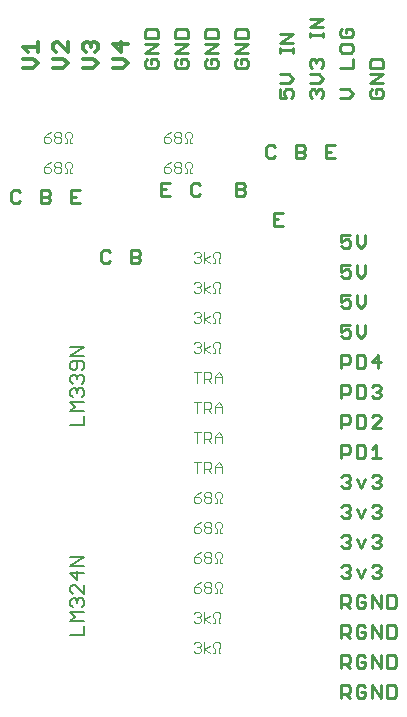
<source format=gto>
G75*
%MOIN*%
%OFA0B0*%
%FSLAX25Y25*%
%IPPOS*%
%LPD*%
%AMOC8*
5,1,8,0,0,1.08239X$1,22.5*
%
%ADD10C,0.01200*%
%ADD11C,0.01100*%
%ADD12C,0.00500*%
%ADD13C,0.00400*%
D10*
X0013096Y0219100D02*
X0016299Y0219100D01*
X0017900Y0220701D01*
X0016299Y0222303D01*
X0013096Y0222303D01*
X0014697Y0224625D02*
X0013096Y0226226D01*
X0017900Y0226226D01*
X0017900Y0224625D02*
X0017900Y0227827D01*
X0023096Y0227027D02*
X0023096Y0225425D01*
X0023897Y0224625D01*
X0023096Y0222303D02*
X0026299Y0222303D01*
X0027900Y0220701D01*
X0026299Y0219100D01*
X0023096Y0219100D01*
X0023096Y0227027D02*
X0023897Y0227827D01*
X0024697Y0227827D01*
X0027900Y0224625D01*
X0027900Y0227827D01*
X0033096Y0227027D02*
X0033897Y0227827D01*
X0034697Y0227827D01*
X0035498Y0227027D01*
X0036299Y0227827D01*
X0037099Y0227827D01*
X0037900Y0227027D01*
X0037900Y0225425D01*
X0037099Y0224625D01*
X0035498Y0226226D02*
X0035498Y0227027D01*
X0033897Y0224625D02*
X0033096Y0225425D01*
X0033096Y0227027D01*
X0033096Y0222303D02*
X0036299Y0222303D01*
X0037900Y0220701D01*
X0036299Y0219100D01*
X0033096Y0219100D01*
X0043096Y0219100D02*
X0046299Y0219100D01*
X0047900Y0220701D01*
X0046299Y0222303D01*
X0043096Y0222303D01*
X0045498Y0224625D02*
X0043096Y0227027D01*
X0047900Y0227027D01*
X0045498Y0227827D02*
X0045498Y0224625D01*
D11*
X0053546Y0224114D02*
X0057950Y0227050D01*
X0053546Y0227050D01*
X0053546Y0229179D02*
X0053546Y0231381D01*
X0054280Y0232114D01*
X0057216Y0232114D01*
X0057950Y0231381D01*
X0057950Y0229179D01*
X0053546Y0229179D01*
X0053546Y0224114D02*
X0057950Y0224114D01*
X0057216Y0221986D02*
X0055748Y0221986D01*
X0055748Y0220518D01*
X0054280Y0221986D02*
X0053546Y0221252D01*
X0053546Y0219784D01*
X0054280Y0219050D01*
X0057216Y0219050D01*
X0057950Y0219784D01*
X0057950Y0221252D01*
X0057216Y0221986D01*
X0063546Y0221252D02*
X0063546Y0219784D01*
X0064280Y0219050D01*
X0067216Y0219050D01*
X0067950Y0219784D01*
X0067950Y0221252D01*
X0067216Y0221986D01*
X0065748Y0221986D01*
X0065748Y0220518D01*
X0064280Y0221986D02*
X0063546Y0221252D01*
X0063546Y0224114D02*
X0067950Y0227050D01*
X0063546Y0227050D01*
X0063546Y0229179D02*
X0063546Y0231381D01*
X0064280Y0232114D01*
X0067216Y0232114D01*
X0067950Y0231381D01*
X0067950Y0229179D01*
X0063546Y0229179D01*
X0063546Y0224114D02*
X0067950Y0224114D01*
X0073546Y0224114D02*
X0077950Y0227050D01*
X0073546Y0227050D01*
X0073546Y0229179D02*
X0073546Y0231381D01*
X0074280Y0232114D01*
X0077216Y0232114D01*
X0077950Y0231381D01*
X0077950Y0229179D01*
X0073546Y0229179D01*
X0073546Y0224114D02*
X0077950Y0224114D01*
X0077216Y0221986D02*
X0075748Y0221986D01*
X0075748Y0220518D01*
X0074280Y0221986D02*
X0073546Y0221252D01*
X0073546Y0219784D01*
X0074280Y0219050D01*
X0077216Y0219050D01*
X0077950Y0219784D01*
X0077950Y0221252D01*
X0077216Y0221986D01*
X0083546Y0221252D02*
X0083546Y0219784D01*
X0084280Y0219050D01*
X0087216Y0219050D01*
X0087950Y0219784D01*
X0087950Y0221252D01*
X0087216Y0221986D01*
X0085748Y0221986D01*
X0085748Y0220518D01*
X0084280Y0221986D02*
X0083546Y0221252D01*
X0083546Y0224114D02*
X0087950Y0227050D01*
X0083546Y0227050D01*
X0083546Y0229179D02*
X0083546Y0231381D01*
X0084280Y0232114D01*
X0087216Y0232114D01*
X0087950Y0231381D01*
X0087950Y0229179D01*
X0083546Y0229179D01*
X0083546Y0224114D02*
X0087950Y0224114D01*
X0098546Y0224243D02*
X0098546Y0225711D01*
X0098546Y0224977D02*
X0102950Y0224977D01*
X0102950Y0224243D02*
X0102950Y0225711D01*
X0102950Y0227619D02*
X0098546Y0227619D01*
X0102950Y0230555D01*
X0098546Y0230555D01*
X0098546Y0217050D02*
X0101482Y0217050D01*
X0102950Y0215582D01*
X0101482Y0214114D01*
X0098546Y0214114D01*
X0098546Y0211986D02*
X0098546Y0209050D01*
X0100748Y0209050D01*
X0100014Y0210518D01*
X0100014Y0211252D01*
X0100748Y0211986D01*
X0102216Y0211986D01*
X0102950Y0211252D01*
X0102950Y0209784D01*
X0102216Y0209050D01*
X0108546Y0209784D02*
X0108546Y0211252D01*
X0109280Y0211986D01*
X0110014Y0211986D01*
X0110748Y0211252D01*
X0111482Y0211986D01*
X0112216Y0211986D01*
X0112950Y0211252D01*
X0112950Y0209784D01*
X0112216Y0209050D01*
X0110748Y0210518D02*
X0110748Y0211252D01*
X0109280Y0209050D02*
X0108546Y0209784D01*
X0108546Y0214114D02*
X0111482Y0214114D01*
X0112950Y0215582D01*
X0111482Y0217050D01*
X0108546Y0217050D01*
X0109280Y0219179D02*
X0108546Y0219913D01*
X0108546Y0221381D01*
X0109280Y0222114D01*
X0110014Y0222114D01*
X0110748Y0221381D01*
X0111482Y0222114D01*
X0112216Y0222114D01*
X0112950Y0221381D01*
X0112950Y0219913D01*
X0112216Y0219179D01*
X0110748Y0220647D02*
X0110748Y0221381D01*
X0108546Y0229307D02*
X0108546Y0230775D01*
X0108546Y0230041D02*
X0112950Y0230041D01*
X0112950Y0229307D02*
X0112950Y0230775D01*
X0112950Y0232684D02*
X0108546Y0232684D01*
X0112950Y0235619D01*
X0108546Y0235619D01*
X0118546Y0231509D02*
X0118546Y0230041D01*
X0119280Y0229307D01*
X0122216Y0229307D01*
X0122950Y0230041D01*
X0122950Y0231509D01*
X0122216Y0232243D01*
X0120748Y0232243D01*
X0120748Y0230775D01*
X0119280Y0232243D02*
X0118546Y0231509D01*
X0119280Y0227179D02*
X0118546Y0226445D01*
X0118546Y0224977D01*
X0119280Y0224243D01*
X0122216Y0224243D01*
X0122950Y0224977D01*
X0122950Y0226445D01*
X0122216Y0227179D01*
X0119280Y0227179D01*
X0122950Y0222114D02*
X0122950Y0219179D01*
X0118546Y0219179D01*
X0118546Y0211986D02*
X0121482Y0211986D01*
X0122950Y0210518D01*
X0121482Y0209050D01*
X0118546Y0209050D01*
X0128546Y0209784D02*
X0129280Y0209050D01*
X0132216Y0209050D01*
X0132950Y0209784D01*
X0132950Y0211252D01*
X0132216Y0211986D01*
X0130748Y0211986D01*
X0130748Y0210518D01*
X0129280Y0211986D02*
X0128546Y0211252D01*
X0128546Y0209784D01*
X0128546Y0214114D02*
X0132950Y0217050D01*
X0128546Y0217050D01*
X0128546Y0219179D02*
X0128546Y0221381D01*
X0129280Y0222114D01*
X0132216Y0222114D01*
X0132950Y0221381D01*
X0132950Y0219179D01*
X0128546Y0219179D01*
X0128546Y0214114D02*
X0132950Y0214114D01*
X0116986Y0193454D02*
X0114050Y0193454D01*
X0114050Y0189050D01*
X0116986Y0189050D01*
X0115518Y0191252D02*
X0114050Y0191252D01*
X0106986Y0191986D02*
X0106252Y0191252D01*
X0104050Y0191252D01*
X0104050Y0193454D02*
X0106252Y0193454D01*
X0106986Y0192720D01*
X0106986Y0191986D01*
X0106252Y0191252D02*
X0106986Y0190518D01*
X0106986Y0189784D01*
X0106252Y0189050D01*
X0104050Y0189050D01*
X0104050Y0193454D01*
X0096986Y0192720D02*
X0096252Y0193454D01*
X0094784Y0193454D01*
X0094050Y0192720D01*
X0094050Y0189784D01*
X0094784Y0189050D01*
X0096252Y0189050D01*
X0096986Y0189784D01*
X0086986Y0180220D02*
X0086986Y0179486D01*
X0086252Y0178752D01*
X0084050Y0178752D01*
X0084050Y0176550D02*
X0084050Y0180954D01*
X0086252Y0180954D01*
X0086986Y0180220D01*
X0086252Y0178752D02*
X0086986Y0178018D01*
X0086986Y0177284D01*
X0086252Y0176550D01*
X0084050Y0176550D01*
X0071986Y0177284D02*
X0071252Y0176550D01*
X0069784Y0176550D01*
X0069050Y0177284D01*
X0069050Y0180220D01*
X0069784Y0180954D01*
X0071252Y0180954D01*
X0071986Y0180220D01*
X0061986Y0180954D02*
X0059050Y0180954D01*
X0059050Y0176550D01*
X0061986Y0176550D01*
X0060518Y0178752D02*
X0059050Y0178752D01*
X0051252Y0158454D02*
X0049050Y0158454D01*
X0049050Y0154050D01*
X0051252Y0154050D01*
X0051986Y0154784D01*
X0051986Y0155518D01*
X0051252Y0156252D01*
X0049050Y0156252D01*
X0051252Y0156252D02*
X0051986Y0156986D01*
X0051986Y0157720D01*
X0051252Y0158454D01*
X0041986Y0157720D02*
X0041252Y0158454D01*
X0039784Y0158454D01*
X0039050Y0157720D01*
X0039050Y0154784D01*
X0039784Y0154050D01*
X0041252Y0154050D01*
X0041986Y0154784D01*
X0031986Y0174050D02*
X0029050Y0174050D01*
X0029050Y0178454D01*
X0031986Y0178454D01*
X0030518Y0176252D02*
X0029050Y0176252D01*
X0021986Y0176986D02*
X0021252Y0176252D01*
X0019050Y0176252D01*
X0019050Y0174050D02*
X0019050Y0178454D01*
X0021252Y0178454D01*
X0021986Y0177720D01*
X0021986Y0176986D01*
X0021252Y0176252D02*
X0021986Y0175518D01*
X0021986Y0174784D01*
X0021252Y0174050D01*
X0019050Y0174050D01*
X0011986Y0174784D02*
X0011252Y0174050D01*
X0009784Y0174050D01*
X0009050Y0174784D01*
X0009050Y0177720D01*
X0009784Y0178454D01*
X0011252Y0178454D01*
X0011986Y0177720D01*
X0096550Y0170954D02*
X0096550Y0166550D01*
X0099486Y0166550D01*
X0098018Y0168752D02*
X0096550Y0168752D01*
X0096550Y0170954D02*
X0099486Y0170954D01*
X0119050Y0163454D02*
X0119050Y0161252D01*
X0120518Y0161986D01*
X0121252Y0161986D01*
X0121986Y0161252D01*
X0121986Y0159784D01*
X0121252Y0159050D01*
X0119784Y0159050D01*
X0119050Y0159784D01*
X0119050Y0163454D02*
X0121986Y0163454D01*
X0124114Y0163454D02*
X0124114Y0160518D01*
X0125582Y0159050D01*
X0127050Y0160518D01*
X0127050Y0163454D01*
X0127050Y0153454D02*
X0127050Y0150518D01*
X0125582Y0149050D01*
X0124114Y0150518D01*
X0124114Y0153454D01*
X0121986Y0153454D02*
X0119050Y0153454D01*
X0119050Y0151252D01*
X0120518Y0151986D01*
X0121252Y0151986D01*
X0121986Y0151252D01*
X0121986Y0149784D01*
X0121252Y0149050D01*
X0119784Y0149050D01*
X0119050Y0149784D01*
X0119050Y0143454D02*
X0119050Y0141252D01*
X0120518Y0141986D01*
X0121252Y0141986D01*
X0121986Y0141252D01*
X0121986Y0139784D01*
X0121252Y0139050D01*
X0119784Y0139050D01*
X0119050Y0139784D01*
X0119050Y0143454D02*
X0121986Y0143454D01*
X0124114Y0143454D02*
X0124114Y0140518D01*
X0125582Y0139050D01*
X0127050Y0140518D01*
X0127050Y0143454D01*
X0127050Y0133454D02*
X0127050Y0130518D01*
X0125582Y0129050D01*
X0124114Y0130518D01*
X0124114Y0133454D01*
X0121986Y0133454D02*
X0119050Y0133454D01*
X0119050Y0131252D01*
X0120518Y0131986D01*
X0121252Y0131986D01*
X0121986Y0131252D01*
X0121986Y0129784D01*
X0121252Y0129050D01*
X0119784Y0129050D01*
X0119050Y0129784D01*
X0119050Y0123454D02*
X0121252Y0123454D01*
X0121986Y0122720D01*
X0121986Y0121252D01*
X0121252Y0120518D01*
X0119050Y0120518D01*
X0119050Y0119050D02*
X0119050Y0123454D01*
X0124114Y0123454D02*
X0124114Y0119050D01*
X0126316Y0119050D01*
X0127050Y0119784D01*
X0127050Y0122720D01*
X0126316Y0123454D01*
X0124114Y0123454D01*
X0129179Y0121252D02*
X0132114Y0121252D01*
X0131381Y0119050D02*
X0131381Y0123454D01*
X0129179Y0121252D01*
X0129913Y0113454D02*
X0129179Y0112720D01*
X0129913Y0113454D02*
X0131381Y0113454D01*
X0132114Y0112720D01*
X0132114Y0111986D01*
X0131381Y0111252D01*
X0132114Y0110518D01*
X0132114Y0109784D01*
X0131381Y0109050D01*
X0129913Y0109050D01*
X0129179Y0109784D01*
X0130647Y0111252D02*
X0131381Y0111252D01*
X0127050Y0109784D02*
X0127050Y0112720D01*
X0126316Y0113454D01*
X0124114Y0113454D01*
X0124114Y0109050D01*
X0126316Y0109050D01*
X0127050Y0109784D01*
X0126316Y0103454D02*
X0124114Y0103454D01*
X0124114Y0099050D01*
X0126316Y0099050D01*
X0127050Y0099784D01*
X0127050Y0102720D01*
X0126316Y0103454D01*
X0129179Y0102720D02*
X0129913Y0103454D01*
X0131381Y0103454D01*
X0132114Y0102720D01*
X0132114Y0101986D01*
X0129179Y0099050D01*
X0132114Y0099050D01*
X0130647Y0093454D02*
X0129179Y0091986D01*
X0130647Y0093454D02*
X0130647Y0089050D01*
X0132114Y0089050D02*
X0129179Y0089050D01*
X0127050Y0089784D02*
X0127050Y0092720D01*
X0126316Y0093454D01*
X0124114Y0093454D01*
X0124114Y0089050D01*
X0126316Y0089050D01*
X0127050Y0089784D01*
X0129913Y0083454D02*
X0129179Y0082720D01*
X0129913Y0083454D02*
X0131381Y0083454D01*
X0132114Y0082720D01*
X0132114Y0081986D01*
X0131381Y0081252D01*
X0132114Y0080518D01*
X0132114Y0079784D01*
X0131381Y0079050D01*
X0129913Y0079050D01*
X0129179Y0079784D01*
X0130647Y0081252D02*
X0131381Y0081252D01*
X0127050Y0081986D02*
X0125582Y0079050D01*
X0124114Y0081986D01*
X0121986Y0081986D02*
X0121252Y0081252D01*
X0121986Y0080518D01*
X0121986Y0079784D01*
X0121252Y0079050D01*
X0119784Y0079050D01*
X0119050Y0079784D01*
X0120518Y0081252D02*
X0121252Y0081252D01*
X0121986Y0081986D02*
X0121986Y0082720D01*
X0121252Y0083454D01*
X0119784Y0083454D01*
X0119050Y0082720D01*
X0119050Y0089050D02*
X0119050Y0093454D01*
X0121252Y0093454D01*
X0121986Y0092720D01*
X0121986Y0091252D01*
X0121252Y0090518D01*
X0119050Y0090518D01*
X0119050Y0099050D02*
X0119050Y0103454D01*
X0121252Y0103454D01*
X0121986Y0102720D01*
X0121986Y0101252D01*
X0121252Y0100518D01*
X0119050Y0100518D01*
X0119050Y0109050D02*
X0119050Y0113454D01*
X0121252Y0113454D01*
X0121986Y0112720D01*
X0121986Y0111252D01*
X0121252Y0110518D01*
X0119050Y0110518D01*
X0119784Y0073454D02*
X0119050Y0072720D01*
X0119784Y0073454D02*
X0121252Y0073454D01*
X0121986Y0072720D01*
X0121986Y0071986D01*
X0121252Y0071252D01*
X0121986Y0070518D01*
X0121986Y0069784D01*
X0121252Y0069050D01*
X0119784Y0069050D01*
X0119050Y0069784D01*
X0120518Y0071252D02*
X0121252Y0071252D01*
X0124114Y0071986D02*
X0125582Y0069050D01*
X0127050Y0071986D01*
X0129179Y0072720D02*
X0129913Y0073454D01*
X0131381Y0073454D01*
X0132114Y0072720D01*
X0132114Y0071986D01*
X0131381Y0071252D01*
X0132114Y0070518D01*
X0132114Y0069784D01*
X0131381Y0069050D01*
X0129913Y0069050D01*
X0129179Y0069784D01*
X0130647Y0071252D02*
X0131381Y0071252D01*
X0131381Y0063454D02*
X0129913Y0063454D01*
X0129179Y0062720D01*
X0130647Y0061252D02*
X0131381Y0061252D01*
X0132114Y0060518D01*
X0132114Y0059784D01*
X0131381Y0059050D01*
X0129913Y0059050D01*
X0129179Y0059784D01*
X0127050Y0061986D02*
X0125582Y0059050D01*
X0124114Y0061986D01*
X0121986Y0061986D02*
X0121252Y0061252D01*
X0121986Y0060518D01*
X0121986Y0059784D01*
X0121252Y0059050D01*
X0119784Y0059050D01*
X0119050Y0059784D01*
X0120518Y0061252D02*
X0121252Y0061252D01*
X0121986Y0061986D02*
X0121986Y0062720D01*
X0121252Y0063454D01*
X0119784Y0063454D01*
X0119050Y0062720D01*
X0119784Y0053454D02*
X0121252Y0053454D01*
X0121986Y0052720D01*
X0121986Y0051986D01*
X0121252Y0051252D01*
X0121986Y0050518D01*
X0121986Y0049784D01*
X0121252Y0049050D01*
X0119784Y0049050D01*
X0119050Y0049784D01*
X0120518Y0051252D02*
X0121252Y0051252D01*
X0119050Y0052720D02*
X0119784Y0053454D01*
X0124114Y0051986D02*
X0125582Y0049050D01*
X0127050Y0051986D01*
X0129179Y0052720D02*
X0129913Y0053454D01*
X0131381Y0053454D01*
X0132114Y0052720D01*
X0132114Y0051986D01*
X0131381Y0051252D01*
X0132114Y0050518D01*
X0132114Y0049784D01*
X0131381Y0049050D01*
X0129913Y0049050D01*
X0129179Y0049784D01*
X0130647Y0051252D02*
X0131381Y0051252D01*
X0132114Y0043454D02*
X0132114Y0039050D01*
X0129179Y0043454D01*
X0129179Y0039050D01*
X0127050Y0039784D02*
X0127050Y0041252D01*
X0125582Y0041252D01*
X0124114Y0042720D02*
X0124114Y0039784D01*
X0124848Y0039050D01*
X0126316Y0039050D01*
X0127050Y0039784D01*
X0127050Y0042720D02*
X0126316Y0043454D01*
X0124848Y0043454D01*
X0124114Y0042720D01*
X0121986Y0042720D02*
X0121986Y0041252D01*
X0121252Y0040518D01*
X0119050Y0040518D01*
X0120518Y0040518D02*
X0121986Y0039050D01*
X0121986Y0042720D02*
X0121252Y0043454D01*
X0119050Y0043454D01*
X0119050Y0039050D01*
X0119050Y0033454D02*
X0121252Y0033454D01*
X0121986Y0032720D01*
X0121986Y0031252D01*
X0121252Y0030518D01*
X0119050Y0030518D01*
X0120518Y0030518D02*
X0121986Y0029050D01*
X0124114Y0029784D02*
X0124848Y0029050D01*
X0126316Y0029050D01*
X0127050Y0029784D01*
X0127050Y0031252D01*
X0125582Y0031252D01*
X0124114Y0032720D02*
X0124114Y0029784D01*
X0124114Y0032720D02*
X0124848Y0033454D01*
X0126316Y0033454D01*
X0127050Y0032720D01*
X0129179Y0033454D02*
X0129179Y0029050D01*
X0132114Y0029050D02*
X0129179Y0033454D01*
X0132114Y0033454D02*
X0132114Y0029050D01*
X0134243Y0029050D02*
X0136445Y0029050D01*
X0137179Y0029784D01*
X0137179Y0032720D01*
X0136445Y0033454D01*
X0134243Y0033454D01*
X0134243Y0029050D01*
X0134243Y0023454D02*
X0136445Y0023454D01*
X0137179Y0022720D01*
X0137179Y0019784D01*
X0136445Y0019050D01*
X0134243Y0019050D01*
X0134243Y0023454D01*
X0132114Y0023454D02*
X0132114Y0019050D01*
X0129179Y0023454D01*
X0129179Y0019050D01*
X0127050Y0019784D02*
X0127050Y0021252D01*
X0125582Y0021252D01*
X0124114Y0022720D02*
X0124114Y0019784D01*
X0124848Y0019050D01*
X0126316Y0019050D01*
X0127050Y0019784D01*
X0127050Y0022720D02*
X0126316Y0023454D01*
X0124848Y0023454D01*
X0124114Y0022720D01*
X0121986Y0022720D02*
X0121986Y0021252D01*
X0121252Y0020518D01*
X0119050Y0020518D01*
X0120518Y0020518D02*
X0121986Y0019050D01*
X0119050Y0019050D02*
X0119050Y0023454D01*
X0121252Y0023454D01*
X0121986Y0022720D01*
X0119050Y0029050D02*
X0119050Y0033454D01*
X0119050Y0013454D02*
X0121252Y0013454D01*
X0121986Y0012720D01*
X0121986Y0011252D01*
X0121252Y0010518D01*
X0119050Y0010518D01*
X0120518Y0010518D02*
X0121986Y0009050D01*
X0124114Y0009784D02*
X0124114Y0012720D01*
X0124848Y0013454D01*
X0126316Y0013454D01*
X0127050Y0012720D01*
X0127050Y0011252D02*
X0125582Y0011252D01*
X0127050Y0011252D02*
X0127050Y0009784D01*
X0126316Y0009050D01*
X0124848Y0009050D01*
X0124114Y0009784D01*
X0129179Y0009050D02*
X0129179Y0013454D01*
X0132114Y0009050D01*
X0132114Y0013454D01*
X0134243Y0013454D02*
X0134243Y0009050D01*
X0136445Y0009050D01*
X0137179Y0009784D01*
X0137179Y0012720D01*
X0136445Y0013454D01*
X0134243Y0013454D01*
X0119050Y0013454D02*
X0119050Y0009050D01*
X0134243Y0039050D02*
X0136445Y0039050D01*
X0137179Y0039784D01*
X0137179Y0042720D01*
X0136445Y0043454D01*
X0134243Y0043454D01*
X0134243Y0039050D01*
X0131381Y0061252D02*
X0132114Y0061986D01*
X0132114Y0062720D01*
X0131381Y0063454D01*
D12*
X0033250Y0030126D02*
X0028746Y0030126D01*
X0028746Y0034730D02*
X0030247Y0036232D01*
X0028746Y0037733D01*
X0033250Y0037733D01*
X0032499Y0039334D02*
X0033250Y0040085D01*
X0033250Y0041586D01*
X0032499Y0042337D01*
X0031749Y0042337D01*
X0030998Y0041586D01*
X0030998Y0040836D01*
X0030998Y0041586D02*
X0030247Y0042337D01*
X0029497Y0042337D01*
X0028746Y0041586D01*
X0028746Y0040085D01*
X0029497Y0039334D01*
X0029497Y0043938D02*
X0028746Y0044689D01*
X0028746Y0046190D01*
X0029497Y0046941D01*
X0030247Y0046941D01*
X0033250Y0043938D01*
X0033250Y0046941D01*
X0030998Y0048542D02*
X0030998Y0051545D01*
X0028746Y0050794D02*
X0030998Y0048542D01*
X0033250Y0050794D02*
X0028746Y0050794D01*
X0028746Y0053146D02*
X0033250Y0056149D01*
X0028746Y0056149D01*
X0028746Y0053146D02*
X0033250Y0053146D01*
X0033250Y0034730D02*
X0028746Y0034730D01*
X0033250Y0033129D02*
X0033250Y0030126D01*
X0033250Y0100126D02*
X0028746Y0100126D01*
X0028746Y0104730D02*
X0030247Y0106232D01*
X0028746Y0107733D01*
X0033250Y0107733D01*
X0032499Y0109334D02*
X0033250Y0110085D01*
X0033250Y0111586D01*
X0032499Y0112337D01*
X0031749Y0112337D01*
X0030998Y0111586D01*
X0030998Y0110836D01*
X0030998Y0111586D02*
X0030247Y0112337D01*
X0029497Y0112337D01*
X0028746Y0111586D01*
X0028746Y0110085D01*
X0029497Y0109334D01*
X0029497Y0113938D02*
X0028746Y0114689D01*
X0028746Y0116190D01*
X0029497Y0116941D01*
X0030247Y0116941D01*
X0030998Y0116190D01*
X0031749Y0116941D01*
X0032499Y0116941D01*
X0033250Y0116190D01*
X0033250Y0114689D01*
X0032499Y0113938D01*
X0030998Y0115439D02*
X0030998Y0116190D01*
X0030247Y0118542D02*
X0030998Y0119293D01*
X0030998Y0121545D01*
X0029497Y0121545D02*
X0028746Y0120794D01*
X0028746Y0119293D01*
X0029497Y0118542D01*
X0030247Y0118542D01*
X0032499Y0118542D02*
X0033250Y0119293D01*
X0033250Y0120794D01*
X0032499Y0121545D01*
X0029497Y0121545D01*
X0028746Y0123146D02*
X0033250Y0126149D01*
X0028746Y0126149D01*
X0028746Y0123146D02*
X0033250Y0123146D01*
X0033250Y0104730D02*
X0028746Y0104730D01*
X0033250Y0103129D02*
X0033250Y0100126D01*
D13*
X0069800Y0097803D02*
X0072135Y0097803D01*
X0070968Y0097803D02*
X0070968Y0094300D01*
X0073391Y0094300D02*
X0073391Y0097803D01*
X0075143Y0097803D01*
X0075726Y0097219D01*
X0075726Y0096051D01*
X0075143Y0095468D01*
X0073391Y0095468D01*
X0074559Y0095468D02*
X0075726Y0094300D01*
X0076982Y0094300D02*
X0076982Y0096635D01*
X0078150Y0097803D01*
X0079317Y0096635D01*
X0079317Y0094300D01*
X0079317Y0096051D02*
X0076982Y0096051D01*
X0078150Y0087803D02*
X0079317Y0086635D01*
X0079317Y0084300D01*
X0079317Y0086051D02*
X0076982Y0086051D01*
X0076982Y0086635D02*
X0078150Y0087803D01*
X0076982Y0086635D02*
X0076982Y0084300D01*
X0075726Y0084300D02*
X0074559Y0085468D01*
X0075143Y0085468D02*
X0073391Y0085468D01*
X0073391Y0084300D02*
X0073391Y0087803D01*
X0075143Y0087803D01*
X0075726Y0087219D01*
X0075726Y0086051D01*
X0075143Y0085468D01*
X0072135Y0087803D02*
X0069800Y0087803D01*
X0070968Y0087803D02*
X0070968Y0084300D01*
X0072135Y0077803D02*
X0070968Y0077219D01*
X0069800Y0076051D01*
X0071551Y0076051D01*
X0072135Y0075468D01*
X0072135Y0074884D01*
X0071551Y0074300D01*
X0070384Y0074300D01*
X0069800Y0074884D01*
X0069800Y0076051D01*
X0073391Y0075468D02*
X0073391Y0074884D01*
X0073975Y0074300D01*
X0075143Y0074300D01*
X0075726Y0074884D01*
X0075726Y0075468D01*
X0075143Y0076051D01*
X0073975Y0076051D01*
X0073391Y0076635D01*
X0073391Y0077219D01*
X0073975Y0077803D01*
X0075143Y0077803D01*
X0075726Y0077219D01*
X0075726Y0076635D01*
X0075143Y0076051D01*
X0073975Y0076051D02*
X0073391Y0075468D01*
X0076982Y0076051D02*
X0076982Y0077219D01*
X0077566Y0077803D01*
X0078734Y0077803D01*
X0079317Y0077219D01*
X0079317Y0076051D01*
X0078734Y0075468D01*
X0078734Y0074300D01*
X0079317Y0074300D01*
X0077566Y0074300D02*
X0077566Y0075468D01*
X0076982Y0076051D01*
X0076982Y0074300D02*
X0077566Y0074300D01*
X0077566Y0067803D02*
X0078734Y0067803D01*
X0079317Y0067219D01*
X0079317Y0066051D01*
X0078734Y0065468D01*
X0078734Y0064300D01*
X0079317Y0064300D01*
X0077566Y0064300D02*
X0077566Y0065468D01*
X0076982Y0066051D01*
X0076982Y0067219D01*
X0077566Y0067803D01*
X0075726Y0067219D02*
X0075726Y0066635D01*
X0075143Y0066051D01*
X0073975Y0066051D01*
X0073391Y0066635D01*
X0073391Y0067219D01*
X0073975Y0067803D01*
X0075143Y0067803D01*
X0075726Y0067219D01*
X0075143Y0066051D02*
X0075726Y0065468D01*
X0075726Y0064884D01*
X0075143Y0064300D01*
X0073975Y0064300D01*
X0073391Y0064884D01*
X0073391Y0065468D01*
X0073975Y0066051D01*
X0072135Y0065468D02*
X0072135Y0064884D01*
X0071551Y0064300D01*
X0070384Y0064300D01*
X0069800Y0064884D01*
X0069800Y0066051D01*
X0071551Y0066051D01*
X0072135Y0065468D01*
X0070968Y0067219D02*
X0072135Y0067803D01*
X0070968Y0067219D02*
X0069800Y0066051D01*
X0072135Y0057803D02*
X0070968Y0057219D01*
X0069800Y0056051D01*
X0071551Y0056051D01*
X0072135Y0055468D01*
X0072135Y0054884D01*
X0071551Y0054300D01*
X0070384Y0054300D01*
X0069800Y0054884D01*
X0069800Y0056051D01*
X0073391Y0055468D02*
X0073975Y0056051D01*
X0075143Y0056051D01*
X0075726Y0055468D01*
X0075726Y0054884D01*
X0075143Y0054300D01*
X0073975Y0054300D01*
X0073391Y0054884D01*
X0073391Y0055468D01*
X0073975Y0056051D02*
X0073391Y0056635D01*
X0073391Y0057219D01*
X0073975Y0057803D01*
X0075143Y0057803D01*
X0075726Y0057219D01*
X0075726Y0056635D01*
X0075143Y0056051D01*
X0076982Y0056051D02*
X0076982Y0057219D01*
X0077566Y0057803D01*
X0078734Y0057803D01*
X0079317Y0057219D01*
X0079317Y0056051D01*
X0078734Y0055468D01*
X0078734Y0054300D01*
X0079317Y0054300D01*
X0077566Y0054300D02*
X0077566Y0055468D01*
X0076982Y0056051D01*
X0076982Y0054300D02*
X0077566Y0054300D01*
X0077566Y0047803D02*
X0076982Y0047219D01*
X0076982Y0046051D01*
X0077566Y0045468D01*
X0077566Y0044300D01*
X0076982Y0044300D01*
X0075726Y0044884D02*
X0075143Y0044300D01*
X0073975Y0044300D01*
X0073391Y0044884D01*
X0073391Y0045468D01*
X0073975Y0046051D01*
X0075143Y0046051D01*
X0075726Y0045468D01*
X0075726Y0044884D01*
X0075143Y0046051D02*
X0075726Y0046635D01*
X0075726Y0047219D01*
X0075143Y0047803D01*
X0073975Y0047803D01*
X0073391Y0047219D01*
X0073391Y0046635D01*
X0073975Y0046051D01*
X0072135Y0045468D02*
X0071551Y0046051D01*
X0069800Y0046051D01*
X0069800Y0044884D01*
X0070384Y0044300D01*
X0071551Y0044300D01*
X0072135Y0044884D01*
X0072135Y0045468D01*
X0070968Y0047219D02*
X0069800Y0046051D01*
X0070968Y0047219D02*
X0072135Y0047803D01*
X0077566Y0047803D02*
X0078734Y0047803D01*
X0079317Y0047219D01*
X0079317Y0046051D01*
X0078734Y0045468D01*
X0078734Y0044300D01*
X0079317Y0044300D01*
X0078135Y0037803D02*
X0076967Y0037803D01*
X0076384Y0037219D01*
X0076384Y0036051D01*
X0076967Y0035468D01*
X0076967Y0034300D01*
X0076384Y0034300D01*
X0075143Y0034300D02*
X0073391Y0035468D01*
X0075143Y0036635D01*
X0073391Y0037803D02*
X0073391Y0034300D01*
X0072135Y0034884D02*
X0071551Y0034300D01*
X0070384Y0034300D01*
X0069800Y0034884D01*
X0070968Y0036051D02*
X0071551Y0036051D01*
X0072135Y0035468D01*
X0072135Y0034884D01*
X0071551Y0036051D02*
X0072135Y0036635D01*
X0072135Y0037219D01*
X0071551Y0037803D01*
X0070384Y0037803D01*
X0069800Y0037219D01*
X0070384Y0027803D02*
X0069800Y0027219D01*
X0070384Y0027803D02*
X0071551Y0027803D01*
X0072135Y0027219D01*
X0072135Y0026635D01*
X0071551Y0026051D01*
X0072135Y0025468D01*
X0072135Y0024884D01*
X0071551Y0024300D01*
X0070384Y0024300D01*
X0069800Y0024884D01*
X0070968Y0026051D02*
X0071551Y0026051D01*
X0073391Y0025468D02*
X0075143Y0026635D01*
X0076384Y0026051D02*
X0076384Y0027219D01*
X0076967Y0027803D01*
X0078135Y0027803D01*
X0078719Y0027219D01*
X0078719Y0026051D01*
X0078135Y0025468D01*
X0078135Y0024300D01*
X0078719Y0024300D01*
X0076967Y0024300D02*
X0076967Y0025468D01*
X0076384Y0026051D01*
X0076384Y0024300D02*
X0076967Y0024300D01*
X0075143Y0024300D02*
X0073391Y0025468D01*
X0073391Y0024300D02*
X0073391Y0027803D01*
X0078135Y0034300D02*
X0078719Y0034300D01*
X0078135Y0034300D02*
X0078135Y0035468D01*
X0078719Y0036051D01*
X0078719Y0037219D01*
X0078135Y0037803D01*
X0077566Y0064300D02*
X0076982Y0064300D01*
X0076982Y0104300D02*
X0076982Y0106635D01*
X0078150Y0107803D01*
X0079317Y0106635D01*
X0079317Y0104300D01*
X0079317Y0106051D02*
X0076982Y0106051D01*
X0075726Y0106051D02*
X0075726Y0107219D01*
X0075143Y0107803D01*
X0073391Y0107803D01*
X0073391Y0104300D01*
X0073391Y0105468D02*
X0075143Y0105468D01*
X0075726Y0106051D01*
X0074559Y0105468D02*
X0075726Y0104300D01*
X0072135Y0107803D02*
X0069800Y0107803D01*
X0070968Y0107803D02*
X0070968Y0104300D01*
X0070968Y0114300D02*
X0070968Y0117803D01*
X0072135Y0117803D02*
X0069800Y0117803D01*
X0073391Y0117803D02*
X0073391Y0114300D01*
X0073391Y0115468D02*
X0075143Y0115468D01*
X0075726Y0116051D01*
X0075726Y0117219D01*
X0075143Y0117803D01*
X0073391Y0117803D01*
X0074559Y0115468D02*
X0075726Y0114300D01*
X0076982Y0114300D02*
X0076982Y0116635D01*
X0078150Y0117803D01*
X0079317Y0116635D01*
X0079317Y0114300D01*
X0079317Y0116051D02*
X0076982Y0116051D01*
X0076967Y0124300D02*
X0076967Y0125468D01*
X0076384Y0126051D01*
X0076384Y0127219D01*
X0076967Y0127803D01*
X0078135Y0127803D01*
X0078719Y0127219D01*
X0078719Y0126051D01*
X0078135Y0125468D01*
X0078135Y0124300D01*
X0078719Y0124300D01*
X0076967Y0124300D02*
X0076384Y0124300D01*
X0075143Y0124300D02*
X0073391Y0125468D01*
X0075143Y0126635D01*
X0073391Y0127803D02*
X0073391Y0124300D01*
X0072135Y0124884D02*
X0071551Y0124300D01*
X0070384Y0124300D01*
X0069800Y0124884D01*
X0070968Y0126051D02*
X0071551Y0126051D01*
X0072135Y0125468D01*
X0072135Y0124884D01*
X0071551Y0126051D02*
X0072135Y0126635D01*
X0072135Y0127219D01*
X0071551Y0127803D01*
X0070384Y0127803D01*
X0069800Y0127219D01*
X0070384Y0134300D02*
X0069800Y0134884D01*
X0070384Y0134300D02*
X0071551Y0134300D01*
X0072135Y0134884D01*
X0072135Y0135468D01*
X0071551Y0136051D01*
X0070968Y0136051D01*
X0071551Y0136051D02*
X0072135Y0136635D01*
X0072135Y0137219D01*
X0071551Y0137803D01*
X0070384Y0137803D01*
X0069800Y0137219D01*
X0073391Y0137803D02*
X0073391Y0134300D01*
X0073391Y0135468D02*
X0075143Y0136635D01*
X0076384Y0136051D02*
X0076967Y0135468D01*
X0076967Y0134300D01*
X0076384Y0134300D01*
X0075143Y0134300D02*
X0073391Y0135468D01*
X0076384Y0136051D02*
X0076384Y0137219D01*
X0076967Y0137803D01*
X0078135Y0137803D01*
X0078719Y0137219D01*
X0078719Y0136051D01*
X0078135Y0135468D01*
X0078135Y0134300D01*
X0078719Y0134300D01*
X0078719Y0144300D02*
X0078135Y0144300D01*
X0078135Y0145468D01*
X0078719Y0146051D01*
X0078719Y0147219D01*
X0078135Y0147803D01*
X0076967Y0147803D01*
X0076384Y0147219D01*
X0076384Y0146051D01*
X0076967Y0145468D01*
X0076967Y0144300D01*
X0076384Y0144300D01*
X0075143Y0144300D02*
X0073391Y0145468D01*
X0075143Y0146635D01*
X0073391Y0147803D02*
X0073391Y0144300D01*
X0072135Y0144884D02*
X0072135Y0145468D01*
X0071551Y0146051D01*
X0070968Y0146051D01*
X0071551Y0146051D02*
X0072135Y0146635D01*
X0072135Y0147219D01*
X0071551Y0147803D01*
X0070384Y0147803D01*
X0069800Y0147219D01*
X0069800Y0144884D02*
X0070384Y0144300D01*
X0071551Y0144300D01*
X0072135Y0144884D01*
X0071551Y0154300D02*
X0070384Y0154300D01*
X0069800Y0154884D01*
X0070968Y0156051D02*
X0071551Y0156051D01*
X0072135Y0155468D01*
X0072135Y0154884D01*
X0071551Y0154300D01*
X0071551Y0156051D02*
X0072135Y0156635D01*
X0072135Y0157219D01*
X0071551Y0157803D01*
X0070384Y0157803D01*
X0069800Y0157219D01*
X0073391Y0157803D02*
X0073391Y0154300D01*
X0073391Y0155468D02*
X0075143Y0156635D01*
X0076384Y0156051D02*
X0076384Y0157219D01*
X0076967Y0157803D01*
X0078135Y0157803D01*
X0078719Y0157219D01*
X0078719Y0156051D01*
X0078135Y0155468D01*
X0078135Y0154300D01*
X0078719Y0154300D01*
X0076967Y0154300D02*
X0076967Y0155468D01*
X0076384Y0156051D01*
X0076384Y0154300D02*
X0076967Y0154300D01*
X0075143Y0154300D02*
X0073391Y0155468D01*
X0069317Y0184300D02*
X0068734Y0184300D01*
X0068734Y0185468D01*
X0069317Y0186051D01*
X0069317Y0187219D01*
X0068734Y0187803D01*
X0067566Y0187803D01*
X0066982Y0187219D01*
X0066982Y0186051D01*
X0067566Y0185468D01*
X0067566Y0184300D01*
X0066982Y0184300D01*
X0065726Y0184884D02*
X0065143Y0184300D01*
X0063975Y0184300D01*
X0063391Y0184884D01*
X0063391Y0185468D01*
X0063975Y0186051D01*
X0065143Y0186051D01*
X0065726Y0185468D01*
X0065726Y0184884D01*
X0065143Y0186051D02*
X0065726Y0186635D01*
X0065726Y0187219D01*
X0065143Y0187803D01*
X0063975Y0187803D01*
X0063391Y0187219D01*
X0063391Y0186635D01*
X0063975Y0186051D01*
X0062135Y0185468D02*
X0061551Y0186051D01*
X0059800Y0186051D01*
X0059800Y0184884D01*
X0060384Y0184300D01*
X0061551Y0184300D01*
X0062135Y0184884D01*
X0062135Y0185468D01*
X0060968Y0187219D02*
X0059800Y0186051D01*
X0060968Y0187219D02*
X0062135Y0187803D01*
X0061551Y0194300D02*
X0060384Y0194300D01*
X0059800Y0194884D01*
X0059800Y0196051D01*
X0061551Y0196051D01*
X0062135Y0195468D01*
X0062135Y0194884D01*
X0061551Y0194300D01*
X0063391Y0194884D02*
X0063391Y0195468D01*
X0063975Y0196051D01*
X0065143Y0196051D01*
X0065726Y0195468D01*
X0065726Y0194884D01*
X0065143Y0194300D01*
X0063975Y0194300D01*
X0063391Y0194884D01*
X0063975Y0196051D02*
X0063391Y0196635D01*
X0063391Y0197219D01*
X0063975Y0197803D01*
X0065143Y0197803D01*
X0065726Y0197219D01*
X0065726Y0196635D01*
X0065143Y0196051D01*
X0066982Y0196051D02*
X0066982Y0197219D01*
X0067566Y0197803D01*
X0068734Y0197803D01*
X0069317Y0197219D01*
X0069317Y0196051D01*
X0068734Y0195468D01*
X0068734Y0194300D01*
X0069317Y0194300D01*
X0067566Y0194300D02*
X0067566Y0195468D01*
X0066982Y0196051D01*
X0066982Y0194300D02*
X0067566Y0194300D01*
X0062135Y0197803D02*
X0060968Y0197219D01*
X0059800Y0196051D01*
X0029317Y0196051D02*
X0028734Y0195468D01*
X0028734Y0194300D01*
X0029317Y0194300D01*
X0029317Y0196051D02*
X0029317Y0197219D01*
X0028734Y0197803D01*
X0027566Y0197803D01*
X0026982Y0197219D01*
X0026982Y0196051D01*
X0027566Y0195468D01*
X0027566Y0194300D01*
X0026982Y0194300D01*
X0025726Y0194884D02*
X0025143Y0194300D01*
X0023975Y0194300D01*
X0023391Y0194884D01*
X0023391Y0195468D01*
X0023975Y0196051D01*
X0025143Y0196051D01*
X0025726Y0195468D01*
X0025726Y0194884D01*
X0025143Y0196051D02*
X0025726Y0196635D01*
X0025726Y0197219D01*
X0025143Y0197803D01*
X0023975Y0197803D01*
X0023391Y0197219D01*
X0023391Y0196635D01*
X0023975Y0196051D01*
X0022135Y0195468D02*
X0021551Y0196051D01*
X0019800Y0196051D01*
X0019800Y0194884D01*
X0020384Y0194300D01*
X0021551Y0194300D01*
X0022135Y0194884D01*
X0022135Y0195468D01*
X0020968Y0197219D02*
X0019800Y0196051D01*
X0020968Y0197219D02*
X0022135Y0197803D01*
X0022135Y0187803D02*
X0020968Y0187219D01*
X0019800Y0186051D01*
X0021551Y0186051D01*
X0022135Y0185468D01*
X0022135Y0184884D01*
X0021551Y0184300D01*
X0020384Y0184300D01*
X0019800Y0184884D01*
X0019800Y0186051D01*
X0023391Y0185468D02*
X0023975Y0186051D01*
X0025143Y0186051D01*
X0025726Y0185468D01*
X0025726Y0184884D01*
X0025143Y0184300D01*
X0023975Y0184300D01*
X0023391Y0184884D01*
X0023391Y0185468D01*
X0023975Y0186051D02*
X0023391Y0186635D01*
X0023391Y0187219D01*
X0023975Y0187803D01*
X0025143Y0187803D01*
X0025726Y0187219D01*
X0025726Y0186635D01*
X0025143Y0186051D01*
X0026982Y0186051D02*
X0026982Y0187219D01*
X0027566Y0187803D01*
X0028734Y0187803D01*
X0029317Y0187219D01*
X0029317Y0186051D01*
X0028734Y0185468D01*
X0028734Y0184300D01*
X0029317Y0184300D01*
X0027566Y0184300D02*
X0027566Y0185468D01*
X0026982Y0186051D01*
X0026982Y0184300D02*
X0027566Y0184300D01*
M02*

</source>
